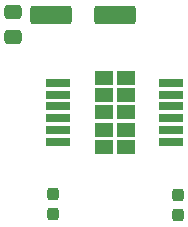
<source format=gtp>
G04 #@! TF.GenerationSoftware,KiCad,Pcbnew,6.0.2-378541a8eb~116~ubuntu20.04.1*
G04 #@! TF.CreationDate,2023-01-27T16:40:07+01:00*
G04 #@! TF.ProjectId,BUCKY_MOTOR_DRIVER,4255434b-595f-44d4-9f54-4f525f445249,rev?*
G04 #@! TF.SameCoordinates,Original*
G04 #@! TF.FileFunction,Paste,Top*
G04 #@! TF.FilePolarity,Positive*
%FSLAX46Y46*%
G04 Gerber Fmt 4.6, Leading zero omitted, Abs format (unit mm)*
G04 Created by KiCad (PCBNEW 6.0.2-378541a8eb~116~ubuntu20.04.1) date 2023-01-27 16:40:07*
%MOMM*%
%LPD*%
G01*
G04 APERTURE LIST*
G04 Aperture macros list*
%AMRoundRect*
0 Rectangle with rounded corners*
0 $1 Rounding radius*
0 $2 $3 $4 $5 $6 $7 $8 $9 X,Y pos of 4 corners*
0 Add a 4 corners polygon primitive as box body*
4,1,4,$2,$3,$4,$5,$6,$7,$8,$9,$2,$3,0*
0 Add four circle primitives for the rounded corners*
1,1,$1+$1,$2,$3*
1,1,$1+$1,$4,$5*
1,1,$1+$1,$6,$7*
1,1,$1+$1,$8,$9*
0 Add four rect primitives between the rounded corners*
20,1,$1+$1,$2,$3,$4,$5,0*
20,1,$1+$1,$4,$5,$6,$7,0*
20,1,$1+$1,$6,$7,$8,$9,0*
20,1,$1+$1,$8,$9,$2,$3,0*%
G04 Aperture macros list end*
%ADD10RoundRect,0.237500X0.237500X-0.300000X0.237500X0.300000X-0.237500X0.300000X-0.237500X-0.300000X0*%
%ADD11RoundRect,0.250000X-1.500000X-0.550000X1.500000X-0.550000X1.500000X0.550000X-1.500000X0.550000X0*%
%ADD12RoundRect,0.250000X-0.475000X0.337500X-0.475000X-0.337500X0.475000X-0.337500X0.475000X0.337500X0*%
%ADD13R,1.550000X1.160000*%
%ADD14R,2.000000X0.650000*%
G04 APERTURE END LIST*
D10*
X138900000Y-67962500D03*
X138900000Y-66237500D03*
D11*
X128100000Y-51000000D03*
X133500000Y-51000000D03*
D12*
X124900000Y-50762500D03*
X124900000Y-52837500D03*
D10*
X128300000Y-67862500D03*
X128300000Y-66137500D03*
D13*
X132575000Y-57790000D03*
X132575000Y-56330000D03*
X132575000Y-59250000D03*
X132575000Y-60710000D03*
X134425000Y-59250000D03*
X132575000Y-62170000D03*
X134425000Y-57790000D03*
X134425000Y-56330000D03*
X134425000Y-62170000D03*
X134425000Y-60710000D03*
D14*
X128700000Y-56750000D03*
X128700000Y-57750000D03*
X128700000Y-58750000D03*
X128700000Y-59750000D03*
X128700000Y-60750000D03*
X128700000Y-61750000D03*
X138300000Y-61750000D03*
X138300000Y-60750000D03*
X138300000Y-59750000D03*
X138300000Y-58750000D03*
X138300000Y-57750000D03*
X138300000Y-56750000D03*
M02*

</source>
